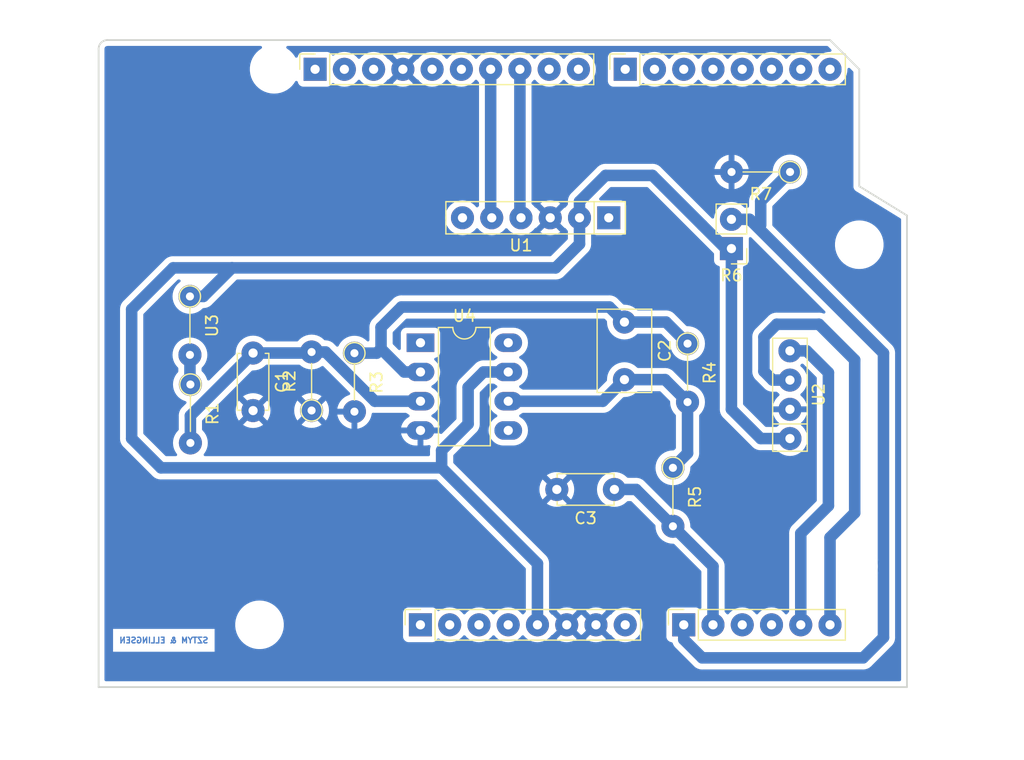
<source format=kicad_pcb>
(kicad_pcb (version 20211014) (generator pcbnew)
  (title_block (date "mar. 31 mars 2015"))
  (layers (0 "F.Cu" signal) (31 "B.Cu" signal) (34 "B.Paste" user) (35 "F.Paste" user) (36 "B.SilkS" user "B.Silkscreen") (37 "F.SilkS" user "F.Silkscreen") (38 "B.Mask" user) (39 "F.Mask" user) (44 "Edge.Cuts" user))
  (net 0 "")
  (net 1 "GND")
  (net 3 "+5V")
  (net 4 "/IOREF")
  (net 5 "Net-(C2-Pad1)")
  (net 6 "A1")
  (net 7 "/A2")
  (net 8 "/A3")
  (net 9 "SCL")
  (net 10 "SDA")
  (net 11 "/13")
  (net 12 "/12")
  (net 13 "/AREF")
  (net 14 "/8")
  (net 15 "/7")
  (net 16 "RX")
  (net 17 "TX")
  (net 18 "/*9")
  (net 19 "/4")
  (net 20 "/2")
  (net 21 "/*6")
  (net 22 "/*5")
  (net 23 "/TX{slash}1")
  (net 24 "/*3")
  (net 25 "/RX{slash}0")
  (net 26 "+3V3")
  (net 27 "VCC")
  (net 28 "/~{RESET}")
  (net 29 "Net-(R1-Pad1)")
  (net 30 "Net-(C1-Pad1)")
  (net 32 "Net-(C2-Pad2)")
  (net 33 "A0")
  (footprint "Connector_PinSocket_2.54mm:PinSocket_1x08_P2.54mm_Vertical" (layer "F.Cu") (at 127.94 97.46 90)
    (fp_text reference "J1" hide)
    (fp_text value "Power")
    (fp_line (start -1.33 19.11) (end 1.33 19.11) (layer "F.SilkS") (width 0.12))
    (fp_line (start 1.33 1.27) (end 1.33 19.11) (layer "F.SilkS") (width 0.12))
    (fp_line (start -1.33 1.27) (end 1.33 1.27) (layer "F.SilkS") (width 0.12))
    (fp_line (start 0 -1.33) (end 1.33 -1.33) (layer "F.SilkS") (width 0.12))
    (fp_line (start 1.33 -1.33) (end 1.33 0) (layer "F.SilkS") (width 0.12))
    (fp_line (start -1.33 1.27) (end -1.33 19.11) (layer "F.SilkS") (width 0.12))
    (pad "1" thru_hole rect locked (at 0 0 90) (size 2 2) (drill 0.8) (layers *.Cu *.Mask))
    (pad "2" thru_hole circle locked (at 0 2.54 90) (size 2 2) (drill 0.8) (layers *.Cu *.Mask) (net 4 "/IOREF"))
    (pad "3" thru_hole circle locked (at 0 5.08 90) (size 2 2) (drill 0.8) (layers *.Cu *.Mask) (net 28 "/~{RESET}"))
    (pad "4" thru_hole circle locked (at 0 7.62 90) (size 2 2) (drill 0.8) (layers *.Cu *.Mask) (net 26 "+3V3"))
    (pad "5" thru_hole circle locked (at 0 10.16 90) (size 2 2) (drill 0.8) (layers *.Cu *.Mask) (net 3 "+5V"))
    (pad "6" thru_hole circle locked (at 0 12.7 90) (size 2 2) (drill 0.8) (layers *.Cu *.Mask) (net 1 "GND"))
    (pad "7" thru_hole circle locked (at 0 15.24 90) (size 2 2) (drill 0.8) (layers *.Cu *.Mask) (net 1 "GND"))
    (pad "8" thru_hole circle locked (at 0 17.78 90) (size 2 2) (drill 0.8) (layers *.Cu *.Mask) (net 27 "VCC"))
  )
  (footprint "Connector_PinSocket_2.54mm:PinSocket_1x06_P2.54mm_Vertical" (layer "F.Cu") (at 150.8 97.46 90)
    (fp_text reference "J3" hide)
    (fp_text value "Analog")
    (fp_line (start 1.33 1.27) (end 1.33 14.03) (layer "F.SilkS") (width 0.12))
    (fp_line (start 0 -1.33) (end 1.33 -1.33) (layer "F.SilkS") (width 0.12))
    (fp_line (start -1.33 1.27) (end 1.33 1.27) (layer "F.SilkS") (width 0.12))
    (fp_line (start -1.33 1.27) (end -1.33 14.03) (layer "F.SilkS") (width 0.12))
    (fp_line (start -1.33 14.03) (end 1.33 14.03) (layer "F.SilkS") (width 0.12))
    (fp_line (start 1.33 -1.33) (end 1.33 0) (layer "F.SilkS") (width 0.12))
    (pad "1" thru_hole rect locked (at 0 0 90) (size 2 2) (drill 0.8) (layers *.Cu *.Mask) (net 33 "A0"))
    (pad "2" thru_hole circle locked (at 0 2.54 90) (size 2 2) (drill 0.8) (layers *.Cu *.Mask) (net 6 "A1"))
    (pad "3" thru_hole circle locked (at 0 5.08 90) (size 2 2) (drill 0.8) (layers *.Cu *.Mask) (net 7 "/A2"))
    (pad "4" thru_hole circle locked (at 0 7.62 90) (size 2 2) (drill 0.8) (layers *.Cu *.Mask) (net 8 "/A3"))
    (pad "5" thru_hole circle locked (at 0 10.16 90) (size 2 2) (drill 0.8) (layers *.Cu *.Mask) (net 10 "SDA"))
    (pad "6" thru_hole circle locked (at 0 12.7 90) (size 2 2) (drill 0.8) (layers *.Cu *.Mask) (net 9 "SCL"))
  )
  (footprint "Connector_PinSocket_2.54mm:PinSocket_1x10_P2.54mm_Vertical" (layer "F.Cu") (at 118.796 49.2 90)
    (fp_text reference "J2" hide)
    (fp_text value "Digital/PWM")
    (fp_line (start -1.33 24.19) (end 1.33 24.19) (layer "F.SilkS") (width 0.12))
    (fp_line (start -1.33 1.27) (end -1.33 24.19) (layer "F.SilkS") (width 0.12))
    (fp_line (start 1.33 -1.33) (end 1.33 0) (layer "F.SilkS") (width 0.12))
    (fp_line (start 0 -1.33) (end 1.33 -1.33) (layer "F.SilkS") (width 0.12))
    (fp_line (start 1.33 1.27) (end 1.33 24.19) (layer "F.SilkS") (width 0.12))
    (fp_line (start -1.33 1.27) (end 1.33 1.27) (layer "F.SilkS") (width 0.12))
    (pad "1" thru_hole rect locked (at 0 0 90) (size 2 2) (drill 0.8) (layers *.Cu *.Mask))
    (pad "2" thru_hole circle locked (at 0 2.54 90) (size 2 2) (drill 0.8) (layers *.Cu *.Mask))
    (pad "3" thru_hole circle locked (at 0 5.08 90) (size 2 2) (drill 0.8) (layers *.Cu *.Mask) (net 13 "/AREF"))
    (pad "4" thru_hole circle locked (at 0 7.62 90) (size 2 2) (drill 0.8) (layers *.Cu *.Mask) (net 1 "GND"))
    (pad "5" thru_hole circle locked (at 0 10.16 90) (size 2 2) (drill 0.8) (layers *.Cu *.Mask) (net 11 "/13"))
    (pad "6" thru_hole circle locked (at 0 12.7 90) (size 2 2) (drill 0.8) (layers *.Cu *.Mask) (net 12 "/12"))
    (pad "7" thru_hole circle locked (at 0 15.24 90) (size 2 2) (drill 0.8) (layers *.Cu *.Mask) (net 17 "TX"))
    (pad "8" thru_hole circle locked (at 0 17.78 90) (size 2 2) (drill 0.8) (layers *.Cu *.Mask) (net 16 "RX"))
    (pad "9" thru_hole circle locked (at 0 20.32 90) (size 2 2) (drill 0.8) (layers *.Cu *.Mask) (net 18 "/*9"))
    (pad "10" thru_hole circle locked (at 0 22.86 90) (size 2 2) (drill 0.8) (layers *.Cu *.Mask) (net 14 "/8"))
  )
  (footprint "Connector_PinSocket_2.54mm:PinSocket_1x08_P2.54mm_Vertical" (layer "F.Cu") (at 145.72 49.2 90)
    (fp_text reference "J4" hide)
    (fp_text value "Digital/PWM")
    (fp_line (start -1.33 19.11) (end 1.33 19.11) (layer "F.SilkS") (width 0.12))
    (fp_line (start -1.33 1.27) (end -1.33 19.11) (layer "F.SilkS") (width 0.12))
    (fp_line (start 0 -1.33) (end 1.33 -1.33) (layer "F.SilkS") (width 0.12))
    (fp_line (start -1.33 1.27) (end 1.33 1.27) (layer "F.SilkS") (width 0.12))
    (fp_line (start 1.33 -1.33) (end 1.33 0) (layer "F.SilkS") (width 0.12))
    (fp_line (start 1.33 1.27) (end 1.33 19.11) (layer "F.SilkS") (width 0.12))
    (pad "1" thru_hole rect locked (at 0 0 90) (size 2 2) (drill 0.8) (layers *.Cu *.Mask) (net 15 "/7"))
    (pad "2" thru_hole circle locked (at 0 2.54 90) (size 2 2) (drill 0.8) (layers *.Cu *.Mask) (net 21 "/*6"))
    (pad "3" thru_hole circle locked (at 0 5.08 90) (size 2 2) (drill 0.8) (layers *.Cu *.Mask) (net 22 "/*5"))
    (pad "4" thru_hole circle locked (at 0 7.62 90) (size 2 2) (drill 0.8) (layers *.Cu *.Mask) (net 19 "/4"))
    (pad "5" thru_hole circle locked (at 0 10.16 90) (size 2 2) (drill 0.8) (layers *.Cu *.Mask) (net 24 "/*3"))
    (pad "6" thru_hole circle locked (at 0 12.7 90) (size 2 2) (drill 0.8) (layers *.Cu *.Mask) (net 20 "/2"))
    (pad "7" thru_hole circle locked (at 0 15.24 90) (size 2 2) (drill 0.8) (layers *.Cu *.Mask) (net 23 "/TX{slash}1"))
    (pad "8" thru_hole circle locked (at 0 17.78 90) (size 2 2) (drill 0.8) (layers *.Cu *.Mask) (net 25 "/RX{slash}0"))
  )
  (footprint "Connector_PinHeader_2.54mm:PinHeader_1x02_P2.54mm_Vertical" (layer "F.Cu") (at 154.94 64.775 180)
    (fp_text reference "R6" (at 0 -2.33) (layer "F.SilkS"))
    (fp_text value "Flex_sensor")
    (fp_line (start -1.33 3.87) (end 1.33 3.87) (layer "F.SilkS") (width 0.12))
    (fp_line (start -1.33 0) (end -1.33 -1.33) (layer "F.SilkS") (width 0.12))
    (fp_line (start -1.33 -1.33) (end 0 -1.33) (layer "F.SilkS") (width 0.12))
    (fp_line (start 1.33 1.27) (end 1.33 3.87) (layer "F.SilkS") (width 0.12))
    (fp_line (start -1.33 1.27) (end -1.33 3.87) (layer "F.SilkS") (width 0.12))
    (fp_line (start -1.33 1.27) (end 1.33 1.27) (layer "F.SilkS") (width 0.12))
    (pad "1" thru_hole rect (at 0 0 180) (size 2 2) (drill 0.8) (layers *.Cu *.Mask) (net 3 "+5V"))
    (pad "2" thru_hole oval (at 0 2.54 182) (size 2 2) (drill 0.8) (layers *.Cu *.Mask) (net 33 "A0"))
  )
  (footprint "OLED:SIP-4" (layer "F.Cu") (at 160.02 77.47 90)
    (fp_text reference "U2" (at 0 2.5 90) (layer "F.SilkS"))
    (fp_text value "OLED")
    (fp_line (start 4.91 -1.5) (end 4.91 1.5) (layer "F.SilkS") (width 0.12))
    (fp_line (start -4.91 1.5) (end -4.91 -1.5) (layer "F.SilkS") (width 0.12))
    (fp_line (start -4.91 -1.5) (end 4.91 -1.5) (layer "F.SilkS") (width 0.12))
    (fp_line (start -2.54 -1.5) (end -2.54 1.5) (layer "F.SilkS") (width 0.12))
    (fp_line (start 4.91 1.5) (end -4.91 1.5) (layer "F.SilkS") (width 0.12))
    (pad "1" thru_hole oval (at -3.81 0 90) (size 2 2) (drill 0.8) (layers *.Cu *.Mask) (net 3 "+5V"))
    (pad "2" thru_hole oval (at -1.27 0 90) (size 2 2) (drill 0.8) (layers *.Cu *.Mask) (net 1 "GND"))
    (pad "3" thru_hole oval (at 1.27 0 90) (size 2 2) (drill 0.8) (layers *.Cu *.Mask) (net 9 "SCL"))
    (pad "4" thru_hole oval (at 3.81 0 90) (size 2 2) (drill 0.8) (layers *.Cu *.Mask) (net 10 "SDA"))
  )
  (footprint "Resistor_THT:R_Axial_DIN0204_L3.6mm_D1.6mm_P5.08mm_Vertical" (layer "F.Cu") (at 151.13 73.03 -90)
    (fp_text reference "R4" (at 2.54 -1.92 -90) (layer "F.SilkS"))
    (fp_text value "100k")
    (fp_line (start 0.92 0) (end 4.08 0) (layer "F.SilkS") (width 0.12))
    (fp_circle (center 0 0) (end 0.92 0) (layer "F.SilkS") (width 0.12) (fill none))
    (pad "1" thru_hole circle (at 0 0 270) (size 2 2) (drill 0.7) (layers *.Cu *.Mask) (net 5 "Net-(C2-Pad1)"))
    (pad "2" thru_hole oval (at 5.08 0 270) (size 2 2) (drill 0.7) (layers *.Cu *.Mask) (net 32 "Net-(C2-Pad2)"))
  )
  (footprint "Capacitor_THT:C_Disc_D4.7mm_W2.5mm_P5.00mm" (layer "F.Cu") (at 113.411 73.85 -90)
    (fp_text reference "C1" (at 2.5 -2.5 90) (layer "F.SilkS"))
    (fp_text value "100n")
    (fp_line (start 4.97 1.055) (end 4.97 1.37) (layer "F.SilkS") (width 0.12))
    (fp_line (start 4.97 -1.37) (end 4.97 -1.055) (layer "F.SilkS") (width 0.12))
    (fp_line (start 0.03 -1.37) (end 0.03 -1.055) (layer "F.SilkS") (width 0.12))
    (fp_line (start 0.03 1.37) (end 4.97 1.37) (layer "F.SilkS") (width 0.12))
    (fp_line (start 0.03 -1.37) (end 4.97 -1.37) (layer "F.SilkS") (width 0.12))
    (fp_line (start 0.03 1.055) (end 0.03 1.37) (layer "F.SilkS") (width 0.12))
    (pad "1" thru_hole circle (at 0 0 270) (size 2 2) (drill 0.8) (layers *.Cu *.Mask) (net 30 "Net-(C1-Pad1)"))
    (pad "2" thru_hole circle (at 5 0 270) (size 2 2) (drill 0.8) (layers *.Cu *.Mask) (net 1 "GND"))
  )
  (footprint "Resistor_THT:R_Axial_DIN0204_L3.6mm_D1.6mm_P5.08mm_Vertical" (layer "F.Cu") (at 118.491 78.84 90)
    (fp_text reference "R2" (at 2.54 -1.92 90) (layer "F.SilkS"))
    (fp_text value "100k")
    (fp_line (start 0.92 0) (end 4.08 0) (layer "F.SilkS") (width 0.12))
    (fp_circle (center 0 0) (end 0.92 0) (layer "F.SilkS") (width 0.12) (fill none))
    (pad "1" thru_hole circle (at 0 0 90) (size 2 2) (drill 0.7) (layers *.Cu *.Mask) (net 1 "GND"))
    (pad "2" thru_hole oval (at 5.08 0 90) (size 2 2) (drill 0.7) (layers *.Cu *.Mask) (net 30 "Net-(C1-Pad1)"))
  )
  (footprint "Capacitor_THT:C_Disc_D4.7mm_W2.5mm_P5.00mm" (layer "F.Cu") (at 144.78 85.701 180)
    (fp_text reference "C3" (at 2.5 -2.5) (layer "F.SilkS"))
    (fp_text value "100n")
    (fp_line (start 0.03 -1.37) (end 0.03 -1.055) (layer "F.SilkS") (width 0.12))
    (fp_line (start 4.97 1.055) (end 4.97 1.37) (layer "F.SilkS") (width 0.12))
    (fp_line (start 4.97 -1.37) (end 4.97 -1.055) (layer "F.SilkS") (width 0.12))
    (fp_line (start 0.03 1.055) (end 0.03 1.37) (layer "F.SilkS") (width 0.12))
    (fp_line (start 0.03 -1.37) (end 4.97 -1.37) (layer "F.SilkS") (width 0.12))
    (fp_line (start 0.03 1.37) (end 4.97 1.37) (layer "F.SilkS") (width 0.12))
    (pad "1" thru_hole circle (at 0 0 180) (size 2 2) (drill 0.8) (layers *.Cu *.Mask) (net 6 "A1"))
    (pad "2" thru_hole circle (at 5 0 180) (size 2 2) (drill 0.8) (layers *.Cu *.Mask) (net 1 "GND"))
  )
  (footprint "Resistor_THT:R_Axial_DIN0204_L3.6mm_D1.6mm_P5.08mm_Vertical" (layer "F.Cu") (at 149.86 83.82 -90)
    (fp_text reference "R5" (at 2.54 -1.92 -90) (layer "F.SilkS"))
    (fp_text value "1k")
    (fp_line (start 0.92 0) (end 4.08 0) (layer "F.SilkS") (width 0.12))
    (fp_circle (center 0 0) (end 0.92 0) (layer "F.SilkS") (width 0.12) (fill none))
    (pad "1" thru_hole circle (at 0 0 270) (size 2 2) (drill 0.7) (layers *.Cu *.Mask) (net 32 "Net-(C2-Pad2)"))
    (pad "2" thru_hole oval (at 5.08 0 270) (size 2 2) (drill 0.7) (layers *.Cu *.Mask) (net 6 "A1"))
  )
  (footprint "Arduino_MountingHole:MountingHole_3.2mm" (layer "F.Cu") (at 115.24 49.2)
    (fp_text reference "MH1" hide)
    (fp_text value "MountingHole_3.2mm" hide)
    (pad "" np_thru_hole circle locked (at 0 0) (size 3.2 3.2) (drill 3.2) (layers *.Cu *.Mask))
  )
  (footprint "Package_DIP:DIP-8_W7.62mm_LongPads" (layer "F.Cu") (at 127.9452 72.955)
    (fp_text reference "U4" (at 3.81 -2.33) (layer "F.SilkS"))
    (fp_text value "LTC1050")
    (fp_line (start 1.56 8.95) (end 6.06 8.95) (layer "F.SilkS") (width 0.12))
    (fp_line (start 2.81 -1.33) (end 1.56 -1.33) (layer "F.SilkS") (width 0.12))
    (fp_line (start 6.06 8.95) (end 6.06 -1.33) (layer "F.SilkS") (width 0.12))
    (fp_line (start 1.56 -1.33) (end 1.56 8.95) (layer "F.SilkS") (width 0.12))
    (fp_line (start 6.06 -1.33) (end 4.81 -1.33) (layer "F.SilkS") (width 0.12))
    (fp_arc (start 4.81 -1.33) (mid 3.81 -0.33) (end 2.81 -1.33) (layer "F.SilkS") (width 0.12))
    (pad "1" thru_hole rect (at 0 0) (size 2.4 1.6) (drill 0.8) (layers *.Cu *.Mask))
    (pad "2" thru_hole oval (at 0 2.54) (size 2.4 1.6) (drill 0.8) (layers *.Cu *.Mask) (net 5 "Net-(C2-Pad1)"))
    (pad "3" thru_hole oval (at 0 5.08) (size 2.4 1.6) (drill 0.8) (layers *.Cu *.Mask) (net 30 "Net-(C1-Pad1)"))
    (pad "4" thru_hole oval (at 0 7.62) (size 2.4 1.6) (drill 0.8) (layers *.Cu *.Mask) (net 1 "GND"))
    (pad "5" thru_hole oval (at 7.62 7.62) (size 2.4 1.6) (drill 0.8) (layers *.Cu *.Mask))
    (pad "6" thru_hole oval (at 7.62 5.08) (size 2.4 1.6) (drill 0.8) (layers *.Cu *.Mask) (net 32 "Net-(C2-Pad2)"))
    (pad "7" thru_hole oval (at 7.62 2.54) (size 2.4 1.6) (drill 0.8) (layers *.Cu *.Mask) (net 3 "+5V"))
    (pad "8" thru_hole oval (at 7.62 0) (size 2.4 1.6) (drill 0.8) (layers *.Cu *.Mask))
  )
  (footprint "Resistor_THT:R_Axial_DIN0204_L3.6mm_D1.6mm_P5.08mm_Vertical" (layer "F.Cu") (at 122.21 73.86 -90)
    (fp_text reference "R3" (at 2.54 -1.92 -90) (layer "F.SilkS"))
    (fp_text value "1k")
    (fp_line (start 0.92 0) (end 4.08 0) (layer "F.SilkS") (width 0.12))
    (fp_circle (center 0 0) (end 0.92 0) (layer "F.SilkS") (width 0.12) (fill none))
    (pad "1" thru_hole circle (at 0 0 270) (size 2 2) (drill 0.7) (layers *.Cu *.Mask) (net 5 "Net-(C2-Pad1)"))
    (pad "2" thru_hole oval (at 5.08 0 270) (size 2 2) (drill 0.7) (layers *.Cu *.Mask) (net 1 "GND"))
  )
  (footprint "Resistor_THT:R_Array_SIP6" (layer "F.Cu") (at 144.29 62.1 180)
    (fp_text reference "U1" (at 7.62 -2.4) (layer "F.SilkS"))
    (fp_text value "Bluetooth")
    (fp_line (start 14.14 -1.4) (end -1.44 -1.4) (layer "F.SilkS") (width 0.12))
    (fp_line (start -1.44 1.4) (end 14.14 1.4) (layer "F.SilkS") (width 0.12))
    (fp_line (start -1.44 -1.4) (end -1.44 1.4) (layer "F.SilkS") (width 0.12))
    (fp_line (start 14.14 1.4) (end 14.14 -1.4) (layer "F.SilkS") (width 0.12))
    (fp_line (start 1.27 -1.4) (end 1.27 1.4) (layer "F.SilkS") (width 0.12))
    (pad "1" thru_hole rect (at 0 0 180) (size 2 2) (drill 0.8) (layers *.Cu *.Mask))
    (pad "2" thru_hole circle (at 2.54 0 180) (size 2 2) (drill 0.8) (layers *.Cu *.Mask) (net 3 "+5V"))
    (pad "3" thru_hole circle (at 5.08 0 180) (size 2 2) (drill 0.8) (layers *.Cu *.Mask) (net 1 "GND"))
    (pad "4" thru_hole circle (at 7.62 0 180) (size 2 2) (drill 0.8) (layers *.Cu *.Mask) (net 16 "RX"))
    (pad "5" thru_hole circle (at 10.16 0 180) (size 2 2) (drill 0.8) (layers *.Cu *.Mask) (net 17 "TX"))
    (pad "6" thru_hole circle (at 12.7 0 180) (size 2 2) (drill 0.8) (layers *.Cu *.Mask))
  )
  (footprint "Arduino_MountingHole:MountingHole_3.2mm" (layer "F.Cu") (at 113.97 97.46)
    (fp_text reference "MH2" hide)
    (fp_text value "MountingHole_3.2mm" hide)
    (pad "" np_thru_hole circle locked (at 0 0) (size 3.2 3.2) (drill 3.2) (layers *.Cu *.Mask))
  )
  (footprint "Resistor_THT:R_Axial_DIN0204_L3.6mm_D1.6mm_P5.08mm_Vertical" (layer "F.Cu") (at 107.97 76.58 -90)
    (fp_text reference "R1" (at 2.54 -1.92 -90) (layer "F.SilkS"))
    (fp_text value "10k")
    (fp_line (start 0.92 0) (end 4.08 0) (layer "F.SilkS") (width 0.12))
    (fp_circle (center 0 0) (end 0.92 0) (layer "F.SilkS") (width 0.12) (fill none))
    (pad "1" thru_hole circle (at 0 0 270) (size 2 2) (drill 0.7) (layers *.Cu *.Mask) (net 29 "Net-(R1-Pad1)"))
    (pad "2" thru_hole oval (at 5.08 0 270) (size 2 2) (drill 0.7) (layers *.Cu *.Mask) (net 30 "Net-(C1-Pad1)"))
  )
  (footprint "Arduino_MountingHole:MountingHole_3.2mm" (layer "F.Cu") (at 166.04 64.44)
    (fp_text reference "MH3" hide)
    (fp_text value "MountingHole_3.2mm" hide)
    (pad "" np_thru_hole circle locked (at 0 0) (size 3.2 3.2) (drill 3.2) (layers *.Cu *.Mask))
  )
  (footprint "Arduino_MountingHole:MountingHole_3.2mm" (layer "F.Cu") (at 166.04 92.38)
    (fp_text reference "MH4" hide)
    (fp_text value "MountingHole_3.2mm" hide)
    (pad "" np_thru_hole circle locked (at 0 0) (size 3.2 3.2) (drill 3.2) (layers *.Cu *.Mask))
  )
  (footprint "Resistor_THT:R_Axial_DIN0204_L3.6mm_D1.6mm_P5.08mm_Vertical" (layer "F.Cu") (at 107.93 68.93 -90)
    (fp_text reference "U3" (at 2.54 -1.92 -90) (layer "F.SilkS"))
    (fp_text value "Capteur_graphite")
    (fp_line (start 0.92 0) (end 4.08 0) (layer "F.SilkS") (width 0.12))
    (fp_circle (center 0 0) (end 0.92 0) (layer "F.SilkS") (width 0.12) (fill none))
    (pad "1" thru_hole circle (at 0 0 270) (size 2 2) (drill 0.7) (layers *.Cu *.Mask) (net 3 "+5V"))
    (pad "2" thru_hole oval (at 5.08 0 270) (size 2 2) (drill 0.7) (layers *.Cu *.Mask) (net 29 "Net-(R1-Pad1)"))
  )
  (footprint "Resistor_THT:R_Axial_DIN0204_L3.6mm_D1.6mm_P5.08mm_Vertical" (layer "F.Cu") (at 160.03 58.12 180)
    (fp_text reference "R7" (at 2.54 -1.92 180) (layer "F.SilkS"))
    (fp_text value "47k")
    (fp_line (start 0.92 0) (end 4.08 0) (layer "F.SilkS") (width 0.12))
    (fp_circle (center 0 0) (end 0.92 0) (layer "F.SilkS") (width 0.12) (fill none))
    (pad "1" thru_hole circle (at 0 0 180) (size 2 2) (drill 0.7) (layers *.Cu *.Mask) (net 33 "A0"))
    (pad "2" thru_hole oval (at 5.08 0 180) (size 2 2) (drill 0.7) (layers *.Cu *.Mask) (net 1 "GND"))
  )
  (footprint "Capacitor_THT:C_Rect_L7.0mm_W4.5mm_P5.00mm" (layer "F.Cu") (at 145.65 71.16 -90)
    (fp_text reference "C2" (at 2.5 -3.5 90) (layer "F.SilkS"))
    (fp_text value "1µ")
    (fp_line (start -1.12 -2.37) (end 6.12 -2.37) (layer "F.SilkS") (width 0.12))
    (fp_line (start -1.12 -2.37) (end -1.12 2.37) (layer "F.SilkS") (width 0.12))
    (fp_line (start -1.12 2.37) (end 6.12 2.37) (layer "F.SilkS") (width 0.12))
    (fp_line (start 6.12 -2.37) (end 6.12 2.37) (layer "F.SilkS") (width 0.12))
    (pad "1" thru_hole circle (at 0 0 270) (size 2 2) (drill 0.8) (layers *.Cu *.Mask) (net 5 "Net-(C2-Pad1)"))
    (pad "2" thru_hole circle (at 5 0 270) (size 2 2) (drill 0.8) (layers *.Cu *.Mask) (net 32 "Net-(C2-Pad2)"))
  )
  (gr_line (start 166.04 59.36) (end 170.18 61.9) (layer "Edge.Cuts") (width 0.15))
  (gr_line (start 100 102.87) (end 100 47.422) (layer "Edge.Cuts") (width 0.15))
  (gr_line (start 170.18 61.9) (end 170.18 102.87) (layer "Edge.Cuts") (width 0.15))
  (gr_line (start 170.18 102.87) (end 100 102.87) (layer "Edge.Cuts") (width 0.15))
  (gr_line (start 100.762 46.66) (end 163.5 46.66) (layer "Edge.Cuts") (width 0.15))
  (gr_line (start 163.5 46.66) (end 166.04 49.2) (layer "Edge.Cuts") (width 0.15))
  (gr_line (start 166.04 49.2) (end 166.04 59.36) (layer "Edge.Cuts") (width 0.15))
  (gr_arc (start 100 47.422) (mid 100.223185 46.883185) (end 100.762 46.66) (layer "Edge.Cuts") (width 0.15))
  (gr_text "SZTYM & ELLINGSEN" (at 105.664 98.806) (layer "B.Cu") (effects (font (size 0.5 0.5) (thickness 0.11)) (justify mirror)))
  (segment (start 111.58 66.45) (end 106.47 66.45) (width 1) (layer "B.Cu") (net 3))
  (segment (start 141.75 64.38) (end 139.68 66.45) (width 1) (layer "B.Cu") (net 3))
  (segment (start 141.75 60.685787) (end 141.75 62.1) (width 1) (layer "B.Cu") (net 3))
  (segment (start 129.7802 82.3098) (end 132.08 80.01) (width 1) (layer "B.Cu") (net 3))
  (segment (start 148.082 58.42) (end 152.4 62.738) (width 1) (layer "B.Cu") (net 3))
  (segment (start 141.75 62.1) (end 141.75 64.38) (width 1) (layer "B.Cu") (net 3))
  (segment (start 132.08 76.835) (end 133.42 75.495) (width 1) (layer "B.Cu") (net 3))
  (segment (start 157.48 81.28) (end 160.02 81.28) (width 1) (layer "B.Cu") (net 3))
  (segment (start 102.87 70.05) (end 102.87 81.28) (width 1) (layer "B.Cu") (net 3))
  (segment (start 144.015787 58.42) (end 141.75 60.685787) (width 1) (layer "B.Cu") (net 3))
  (segment (start 129.7802 83.82) (end 129.7802 82.3098) (width 1) (layer "B.Cu") (net 3))
  (segment (start 107.93 68.93) (end 109.1 68.93) (width 1) (layer "B.Cu") (net 3))
  (segment (start 133.42 75.495) (end 135.325 75.495) (width 1) (layer "B.Cu") (net 3))
  (segment (start 154.94 65.278) (end 154.94 78.74) (width 1) (layer "B.Cu") (net 3))
  (segment (start 144.015787 58.42) (end 148.082 58.42) (width 1) (layer "B.Cu") (net 3))
  (segment (start 106.47 66.45) (end 102.87 70.05) (width 1) (layer "B.Cu") (net 3))
  (segment (start 139.68 66.45) (end 111.58 66.45) (width 1) (layer "B.Cu") (net 3))
  (segment (start 109.1 68.93) (end 111.58 66.45) (width 1) (layer "B.Cu") (net 3))
  (segment (start 138.1 92.1398) (end 138.1 97.46) (width 1) (layer "B.Cu") (net 3))
  (segment (start 129.7802 83.82) (end 138.1 92.1398) (width 1) (layer "B.Cu") (net 3))
  (segment (start 102.87 81.28) (end 105.41 83.82) (width 1) (layer "B.Cu") (net 3))
  (segment (start 132.08 80.01) (end 132.08 76.835) (width 1) (layer "B.Cu") (net 3))
  (segment (start 105.41 83.82) (end 129.7802 83.82) (width 1) (layer "B.Cu") (net 3))
  (segment (start 154.94 78.74) (end 157.48 81.28) (width 1) (layer "B.Cu") (net 3))
  (segment (start 152.4 62.738) (end 154.94 65.278) (width 1) (layer "B.Cu") (net 3))
  (segment (start 124.52 73.484013) (end 126.530987 75.495) (width 1) (layer "B.Cu") (net 5))
  (segment (start 124.52 71.62) (end 124.52 73.484013) (width 1) (layer "B.Cu") (net 5))
  (segment (start 124.144013 73.86) (end 122.21 73.86) (width 1) (layer "B.Cu") (net 5))
  (segment (start 144.34 69.85) (end 145.65 71.16) (width 1) (layer "B.Cu") (net 5))
  (segment (start 124.52 73.484013) (end 124.144013 73.86) (width 1) (layer "B.Cu") (net 5))
  (segment (start 126.29 69.85) (end 124.52 71.62) (width 1) (layer "B.Cu") (net 5))
  (segment (start 126.530987 75.495) (end 127.9452 75.495) (width 1) (layer "B.Cu") (net 5))
  (segment (start 149.26 71.16) (end 151.13 73.03) (width 1) (layer "B.Cu") (net 5))
  (segment (start 144.34 69.85) (end 126.29 69.85) (width 1) (layer "B.Cu") (net 5))
  (segment (start 145.65 71.16) (end 149.26 71.16) (width 1) (layer "B.Cu") (net 5))
  (segment (start 153.34 92.38) (end 153.34 97.46) (width 1) (layer "B.Cu") (net 6))
  (segment (start 144.78 85.701) (end 146.661 85.701) (width 1) (layer "B.Cu") (net 6))
  (segment (start 146.661 85.701) (end 149.86 88.9) (width 1) (layer "B.Cu") (net 6))
  (segment (start 149.86 88.9) (end 153.34 92.38) (width 1) (layer "B.Cu") (net 6))
  (segment (start 162.54 71.35) (end 165.64 74.45) (width 1) (layer "B.Cu") (net 9))
  (segment (start 160.02 76.2) (end 158.52 76.2) (width 1) (layer "B.Cu") (net 9))
  (segment (start 158.52 76.2) (end 157.76 75.44) (width 1) (layer "B.Cu") (net 9))
  (segment (start 163.5 89.88) (end 163.5 97.46) (width 1) (layer "B.Cu") (net 9))
  (segment (start 157.76 72.46) (end 158.87 71.35) (width 1) (layer "B.Cu") (net 9))
  (segment (start 165.64 87.74) (end 163.5 89.88) (width 1) (layer "B.Cu") (net 9))
  (segment (start 157.76 75.44) (end 157.76 72.46) (width 1) (layer "B.Cu") (net 9))
  (segment (start 165.64 74.45) (end 165.64 87.74) (width 1) (layer "B.Cu") (net 9))
  (segment (start 158.87 71.35) (end 162.54 71.35) (width 1) (layer "B.Cu") (net 9))
  (segment (start 163.36 75.55) (end 161.47 73.66) (width 1) (layer "B.Cu") (net 10))
  (segment (start 160.96 89.52) (end 163.36 87.12) (width 1) (layer "B.Cu") (net 10))
  (segment (start 160.96 97.46) (end 160.96 89.52) (width 1) (layer "B.Cu") (net 10))
  (segment (start 163.36 87.12) (end 163.36 75.55) (width 1) (layer "B.Cu") (net 10))
  (segment (start 161.47 73.66) (end 160.02 73.66) (width 1) (layer "B.Cu") (net 10))
  (segment (start 136.576 49.2) (end 136.576 62.006) (width 1) (layer "B.Cu") (net 16))
  (segment (start 136.576 62.006) (end 136.67 62.1) (width 1) (layer "B.Cu") (net 16))
  (segment (start 134.036 62.006) (end 134.13 62.1) (width 1) (layer "B.Cu") (net 17))
  (segment (start 134.036 49.2) (end 134.036 62.006) (width 1) (layer "B.Cu") (net 17))
  (segment (start 107.93 74.01) (end 107.93 76.54) (width 1) (layer "B.Cu") (net 29))
  (segment (start 107.93 76.54) (end 107.97 76.58) (width 1) (layer "B.Cu") (net 29))
  (segment (start 107.97 79.291) (end 113.411 73.85) (width 1) (layer "B.Cu") (net 30))
  (segment (start 123.980836 78.035) (end 127.9452 78.035) (width 1) (layer "B.Cu") (net 30))
  (segment (start 118.401 73.85) (end 118.491 73.76) (width 1) (layer "B.Cu") (net 30))
  (segment (start 118.491 73.76) (end 119.705836 73.76) (width 1) (layer "B.Cu") (net 30))
  (segment (start 107.97 81.66) (end 107.97 79.291) (width 1) (layer "B.Cu") (net 30))
  (segment (start 119.705836 73.76) (end 123.980836 78.035) (width 1) (layer "B.Cu") (net 30))
  (segment (start 113.411 73.85) (end 118.401 73.85) (width 1) (layer "B.Cu") (net 30))
  (segment (start 151.13 82.55) (end 149.86 83.82) (width 1) (layer "B.Cu") (net 32))
  (segment (start 135.5652 78.035) (end 143.775 78.035) (width 1) (layer "B.Cu") (net 32))
  (segment (start 145.65 76.16) (end 149.18 76.16) (width 1) (layer "B.Cu") (net 32))
  (segment (start 143.775 78.035) (end 145.65 76.16) (width 1) (layer "B.Cu") (net 32))
  (segment (start 151.13 78.11) (end 151.13 82.55) (width 1) (layer "B.Cu") (net 32))
  (segment (start 149.18 76.16) (end 151.13 78.11) (width 1) (layer "B.Cu") (net 32))
  (segment (start 168.140001 98.559999) (end 166.37 100.33) (width 1) (layer "B.Cu") (net 33))
  (segment (start 157.48 62.738) (end 157.48 60.67) (width 1) (layer "B.Cu") (net 33))
  (segment (start 168.140001 73.856001) (end 168.140001 98.559999) (width 1) (layer "B.Cu") (net 33))
  (segment (start 157.48 60.67) (end 160.03 58.12) (width 1) (layer "B.Cu") (net 33))
  (segment (start 156.519 62.235) (end 168.140001 73.856001) (width 1) (layer "B.Cu") (net 33))
  (segment (start 150.8 98.73) (end 150.8 97.46) (width 1) (layer "B.Cu") (net 33))
  (segment (start 166.37 100.33) (end 152.4 100.33) (width 1) (layer "B.Cu") (net 33))
  (segment (start 154.94 62.235) (end 156.519 62.235) (width 1) (layer "B.Cu") (net 33))
  (segment (start 152.4 100.33) (end 150.8 98.73) (width 1) (layer "B.Cu") (net 33))
  (zone (net 1) (net_name "GND") (layer "B.Cu") (connect_pads (clearance 0.508)) (min_thickness 0.254) (fill yes (thermal_gap 0.508) (thermal_bridge_width 0.508))
    (polygon (pts (xy 180.34 109.22) (xy 91.44 109.22) (xy 91.44 43.18) (xy 180.34 43.18)))
  )
)
</source>
